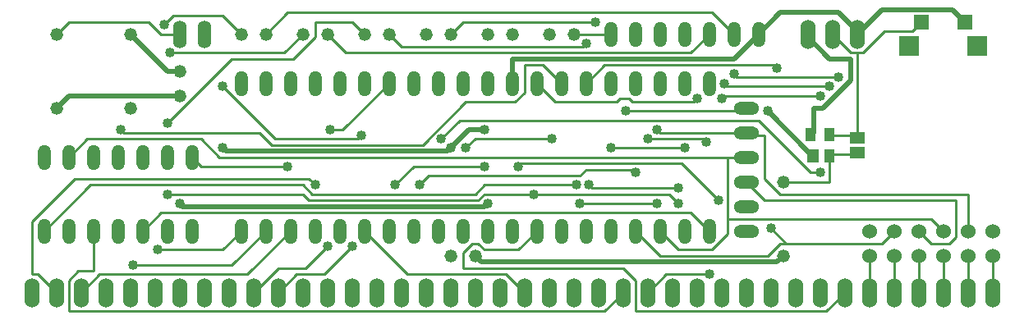
<source format=gbr>
G04 #@! TF.GenerationSoftware,KiCad,Pcbnew,5.1.2*
G04 #@! TF.CreationDate,2020-10-20T13:32:52+02:00*
G04 #@! TF.ProjectId,eaa651fdd346d6544176813de3c28a36,65616136-3531-4666-9464-333436643635,rev?*
G04 #@! TF.SameCoordinates,Original*
G04 #@! TF.FileFunction,Copper,L1,Top*
G04 #@! TF.FilePolarity,Positive*
%FSLAX46Y46*%
G04 Gerber Fmt 4.6, Leading zero omitted, Abs format (unit mm)*
G04 Created by KiCad (PCBNEW 5.1.2) date 2020-10-20 13:32:52*
%MOMM*%
%LPD*%
G04 APERTURE LIST*
%ADD10O,1.320800X2.641600*%
%ADD11C,1.524000*%
%ADD12O,1.524000X3.048000*%
%ADD13C,1.320800*%
%ADD14R,1.200000X1.440000*%
%ADD15R,1.000000X1.440000*%
%ADD16R,1.600200X1.168400*%
%ADD17R,2.095500X2.095500*%
%ADD18R,1.524000X1.524000*%
%ADD19O,2.641600X1.320800*%
%ADD20O,1.422400X2.844800*%
%ADD21C,1.016000*%
%ADD22C,0.254000*%
%ADD23C,0.508000*%
G04 APERTURE END LIST*
D10*
X120091100Y-97378600D03*
X122631100Y-97378600D03*
X125171100Y-97378600D03*
X127711100Y-97378600D03*
X130251100Y-97378600D03*
X132791100Y-97378600D03*
X135331100Y-97378600D03*
X137871100Y-97378600D03*
X140411100Y-97378600D03*
X142951100Y-97378600D03*
X145491100Y-97378600D03*
X148031100Y-97378600D03*
X150571100Y-97378600D03*
X153111100Y-97378600D03*
X155651100Y-97378600D03*
X158191100Y-97378600D03*
X160731100Y-97378600D03*
X163271100Y-97378600D03*
X165811100Y-97378600D03*
X168351100Y-97378600D03*
X168351100Y-112618600D03*
X165811100Y-112618600D03*
X163271100Y-112618600D03*
X160731100Y-112618600D03*
X158191100Y-112618600D03*
X155651100Y-112618600D03*
X153111100Y-112618600D03*
X150571100Y-112618600D03*
X148031100Y-112618600D03*
X145491100Y-112618600D03*
X142951100Y-112618600D03*
X140411100Y-112618600D03*
X130251100Y-112618600D03*
X132791100Y-112618600D03*
X127711100Y-112618600D03*
X125171100Y-112618600D03*
X137871100Y-112618600D03*
X135331100Y-112618600D03*
X122631100Y-112618600D03*
X120091100Y-112618600D03*
D11*
X197561100Y-112618600D03*
X195021100Y-112618600D03*
X192481100Y-112618600D03*
X189941100Y-112618600D03*
X187401100Y-112618600D03*
X184861100Y-112618600D03*
X197561100Y-115158600D03*
X195021100Y-115158600D03*
X192481100Y-115158600D03*
X189941100Y-115158600D03*
X187401100Y-115158600D03*
X184861100Y-115158600D03*
D12*
X149301100Y-118968600D03*
X151841100Y-118968600D03*
X154381100Y-118968600D03*
X156921100Y-118968600D03*
X159461100Y-118968600D03*
X162001100Y-118968600D03*
X164541100Y-118968600D03*
X167081100Y-118968600D03*
X169621100Y-118968600D03*
X172161100Y-118968600D03*
X174701100Y-118968600D03*
X177241100Y-118968600D03*
X179781100Y-118968600D03*
X182321100Y-118968600D03*
X184861100Y-118968600D03*
X187401100Y-118968600D03*
X189941100Y-118968600D03*
X192481100Y-118968600D03*
X195021100Y-118968600D03*
X197561100Y-118968600D03*
X103581100Y-118968600D03*
X98501100Y-118968600D03*
X101041100Y-118968600D03*
X106121100Y-118968600D03*
X108661100Y-118968600D03*
X111201100Y-118968600D03*
X113741100Y-118968600D03*
X116281100Y-118968600D03*
X118821100Y-118968600D03*
X121361100Y-118968600D03*
X123901100Y-118968600D03*
X126441100Y-118968600D03*
X128981100Y-118968600D03*
X131521100Y-118968600D03*
X134061100Y-118968600D03*
X136601100Y-118968600D03*
X139141100Y-118968600D03*
X141681100Y-118968600D03*
X144221100Y-118968600D03*
X146761100Y-118968600D03*
D13*
X175971100Y-107538600D03*
X175971100Y-115158600D03*
X101041100Y-99918600D03*
X101041100Y-92298600D03*
X108661100Y-92298600D03*
X108661100Y-99918600D03*
X141681100Y-115158600D03*
X144221100Y-115158600D03*
D14*
X179031100Y-104828600D03*
D15*
X180731100Y-104828600D03*
X180731100Y-102628600D03*
X178831100Y-102628600D03*
D16*
X183591100Y-104490600D03*
X183591100Y-102966600D03*
D17*
X188975900Y-93543200D03*
X195986300Y-93543200D03*
D18*
X190233200Y-91054000D03*
X194729000Y-91054000D03*
D12*
X183591100Y-92298600D03*
X181051100Y-92298600D03*
X178511100Y-92298600D03*
D19*
X172161100Y-99918600D03*
X172161100Y-102458600D03*
X172161100Y-104998600D03*
X172161100Y-107538600D03*
X172161100Y-110078600D03*
X172161100Y-112618600D03*
D20*
X116281100Y-92298600D03*
X113741100Y-92298600D03*
D13*
X113741100Y-96108600D03*
X113741100Y-98648600D03*
D10*
X99771100Y-104998600D03*
X102311100Y-104998600D03*
X104851100Y-104998600D03*
X107391100Y-104998600D03*
X109931100Y-104998600D03*
X112471100Y-104998600D03*
X109931100Y-112618600D03*
X112471100Y-112618600D03*
X107391100Y-112618600D03*
X104851100Y-112618600D03*
X115011100Y-104998600D03*
X115011100Y-112618600D03*
X102311100Y-112618600D03*
X99771100Y-112618600D03*
D13*
X122631100Y-92298600D03*
X120091100Y-92298600D03*
X128981100Y-92298600D03*
X126441100Y-92298600D03*
X135331100Y-92298600D03*
X132791100Y-92298600D03*
X141681100Y-92298600D03*
X139141100Y-92298600D03*
X148031100Y-92298600D03*
X145491100Y-92298600D03*
X154381100Y-92298600D03*
X151841100Y-92298600D03*
D10*
X158191100Y-92298600D03*
X160731100Y-92298600D03*
X163271100Y-92298600D03*
X165811100Y-92298600D03*
X168351100Y-92298600D03*
X170891100Y-92298600D03*
X173431100Y-92298600D03*
D21*
X107708600Y-102141100D03*
X175336100Y-95791100D03*
X118186100Y-97696100D03*
X132473600Y-102776100D03*
X159778600Y-100236100D03*
X112471100Y-108808600D03*
X150253600Y-108808600D03*
X165176100Y-109761100D03*
X168351100Y-117063600D03*
X168033600Y-103411100D03*
X162001100Y-103093600D03*
X154698600Y-107856100D03*
X165811100Y-104046100D03*
X158191100Y-104046100D03*
X167081100Y-98966100D03*
X169938600Y-97378600D03*
X180733600Y-97696100D03*
X174701100Y-112301100D03*
X162953600Y-102141100D03*
X170891100Y-96426100D03*
X181686100Y-96743600D03*
X155016100Y-109761100D03*
X162953600Y-109761100D03*
X155968600Y-107856100D03*
X165176100Y-108173600D03*
X148666100Y-105951100D03*
X169303600Y-109443600D03*
X138506100Y-107856100D03*
X160731100Y-106586100D03*
X135966100Y-107856100D03*
X145173600Y-105951100D03*
X140728600Y-103093600D03*
X179781100Y-106586100D03*
X143268600Y-104046100D03*
X152158600Y-103093600D03*
X169621100Y-98966100D03*
X179781100Y-98648600D03*
X127711100Y-107856100D03*
X108978600Y-116111100D03*
X111518600Y-114523600D03*
X128981100Y-114206100D03*
X131521100Y-114206100D03*
X129298600Y-102141100D03*
X174383600Y-100236100D03*
X141681100Y-104046100D03*
X145173600Y-102141100D03*
X118186100Y-104046100D03*
X113741100Y-109761100D03*
X145491100Y-109761100D03*
X112153600Y-91346100D03*
X112788600Y-94203600D03*
X112471100Y-101506100D03*
X124853600Y-105951100D03*
X155651100Y-93251100D03*
X156603600Y-91028600D03*
D22*
X108026100Y-102458600D02*
X107708600Y-102141100D01*
X121996100Y-102458600D02*
X108026100Y-102458600D01*
X123266100Y-103728600D02*
X121996100Y-102458600D01*
X138823600Y-103728600D02*
X123266100Y-103728600D01*
X143268600Y-99283600D02*
X138823600Y-103728600D01*
X148348600Y-99283600D02*
X143268600Y-99283600D01*
X149301100Y-98331100D02*
X148348600Y-99283600D01*
X149301100Y-95473600D02*
X149301100Y-98331100D01*
X151206100Y-95473600D02*
X149301100Y-95473600D01*
X153111100Y-97378600D02*
X151206100Y-95473600D01*
X183591100Y-104681100D02*
X180733600Y-104681100D01*
X180733600Y-104681100D02*
X180731100Y-104828600D01*
X183591100Y-104681100D02*
X183591100Y-104490600D01*
X180733600Y-107538600D02*
X180733600Y-104998600D01*
X175971100Y-107538600D02*
X180733600Y-107538600D01*
X180733600Y-104998600D02*
X180731100Y-104828600D01*
X175018600Y-95473600D02*
X175336100Y-95791100D01*
X157556100Y-95473600D02*
X175018600Y-95473600D01*
X155651100Y-97378600D02*
X157556100Y-95473600D01*
X137236100Y-117063600D02*
X132791100Y-112618600D01*
X147396100Y-117063600D02*
X137236100Y-117063600D01*
X149301100Y-118968600D02*
X147396100Y-117063600D01*
X123583600Y-103093600D02*
X118186100Y-97696100D01*
X132156100Y-103093600D02*
X123583600Y-103093600D01*
X132473600Y-102776100D02*
X132156100Y-103093600D01*
X171843600Y-100236100D02*
X172161100Y-99918600D01*
X159778600Y-100236100D02*
X171843600Y-100236100D01*
X126441100Y-108808600D02*
X112471100Y-108808600D01*
X127076100Y-109443600D02*
X126441100Y-108808600D01*
X144538600Y-109443600D02*
X127076100Y-109443600D01*
X145173600Y-108808600D02*
X144538600Y-109443600D01*
X150253600Y-108808600D02*
X145173600Y-108808600D01*
X164223600Y-108808600D02*
X165176100Y-109761100D01*
X150253600Y-108808600D02*
X164223600Y-108808600D01*
X111836100Y-110713600D02*
X109931100Y-112618600D01*
X166446100Y-110713600D02*
X111836100Y-110713600D01*
X168351100Y-112618600D02*
X166446100Y-110713600D01*
X163906100Y-117063600D02*
X162001100Y-118968600D01*
X168351100Y-117063600D02*
X163906100Y-117063600D01*
X104851100Y-116746100D02*
X104851100Y-112618600D01*
X103263600Y-116746100D02*
X104851100Y-116746100D01*
X102311100Y-117698600D02*
X103263600Y-116746100D01*
X102311100Y-120873600D02*
X102311100Y-117698600D01*
X157556100Y-120873600D02*
X102311100Y-120873600D01*
X159461100Y-118968600D02*
X157556100Y-120873600D01*
X167716100Y-103093600D02*
X168033600Y-103411100D01*
X162001100Y-103093600D02*
X167716100Y-103093600D01*
X104533600Y-107856100D02*
X99771100Y-112618600D01*
X126441100Y-107856100D02*
X104533600Y-107856100D01*
X127393600Y-108808600D02*
X126441100Y-107856100D01*
X144221100Y-108808600D02*
X127393600Y-108808600D01*
X145173600Y-107856100D02*
X144221100Y-108808600D01*
X154698600Y-107856100D02*
X145173600Y-107856100D01*
X158191100Y-104046100D02*
X165811100Y-104046100D01*
X152476100Y-99283600D02*
X150571100Y-97378600D01*
X158826100Y-99283600D02*
X152476100Y-99283600D01*
X159143600Y-98966100D02*
X158826100Y-99283600D01*
X160096100Y-98966100D02*
X159143600Y-98966100D01*
X160413600Y-99283600D02*
X160096100Y-98966100D01*
X166763600Y-99283600D02*
X160413600Y-99283600D01*
X167081100Y-98966100D02*
X166763600Y-99283600D01*
X170256100Y-97696100D02*
X169938600Y-97378600D01*
X180733600Y-97696100D02*
X170256100Y-97696100D01*
X165176100Y-114523600D02*
X163271100Y-112618600D01*
X168668600Y-114523600D02*
X165176100Y-114523600D01*
X170256100Y-112936100D02*
X168668600Y-114523600D01*
X170256100Y-104998600D02*
X170256100Y-111348600D01*
X170256100Y-111348600D02*
X170256100Y-112936100D01*
X172161100Y-104998600D02*
X170256100Y-104998600D01*
X104216100Y-103093600D02*
X102311100Y-104998600D01*
X115963600Y-103093600D02*
X104216100Y-103093600D01*
X117868600Y-104998600D02*
X115963600Y-103093600D01*
X170256100Y-104998600D02*
X117868600Y-104998600D01*
X191211100Y-111348600D02*
X192481100Y-112618600D01*
X170256100Y-111348600D02*
X191211100Y-111348600D01*
X191211100Y-113888600D02*
X189941100Y-112618600D01*
X193116100Y-113888600D02*
X191211100Y-113888600D01*
X193751100Y-113253600D02*
X193116100Y-113888600D01*
X193751100Y-109443600D02*
X193751100Y-113253600D01*
X174066100Y-109443600D02*
X193751100Y-109443600D01*
X172161100Y-107538600D02*
X174066100Y-109443600D01*
X163271100Y-115158600D02*
X160731100Y-112618600D01*
X174383600Y-115158600D02*
X163271100Y-115158600D01*
X175653600Y-113888600D02*
X174383600Y-115158600D01*
X186131100Y-113888600D02*
X176288600Y-113888600D01*
X176288600Y-113888600D02*
X175653600Y-113888600D01*
X187401100Y-112618600D02*
X186131100Y-113888600D01*
X176288600Y-113888600D02*
X174701100Y-112301100D01*
X163271100Y-102458600D02*
X162953600Y-102141100D01*
X172161100Y-102458600D02*
X163271100Y-102458600D01*
X195021100Y-108808600D02*
X195021100Y-112618600D01*
X175653600Y-108808600D02*
X195021100Y-108808600D01*
X174066100Y-107221100D02*
X175653600Y-108808600D01*
X174066100Y-102776100D02*
X174066100Y-107221100D01*
X172478600Y-102776100D02*
X174066100Y-102776100D01*
X172161100Y-102458600D02*
X172478600Y-102776100D01*
X171208600Y-96743600D02*
X170891100Y-96426100D01*
X181686100Y-96743600D02*
X171208600Y-96743600D01*
X162953600Y-109761100D02*
X155016100Y-109761100D01*
X156286100Y-108173600D02*
X155968600Y-107856100D01*
X165176100Y-108173600D02*
X156286100Y-108173600D01*
X148983600Y-105633600D02*
X148666100Y-105951100D01*
X165493600Y-105633600D02*
X148983600Y-105633600D01*
X169303600Y-109443600D02*
X165493600Y-105633600D01*
X139458600Y-106903600D02*
X138506100Y-107856100D01*
X155016100Y-106903600D02*
X139458600Y-106903600D01*
X155651100Y-106268600D02*
X155016100Y-106903600D01*
X160413600Y-106268600D02*
X155651100Y-106268600D01*
X160731100Y-106586100D02*
X160413600Y-106268600D01*
X137871100Y-105951100D02*
X135966100Y-107856100D01*
X145173600Y-105951100D02*
X137871100Y-105951100D01*
X142633600Y-101188600D02*
X140728600Y-103093600D01*
X173431100Y-101188600D02*
X142633600Y-101188600D01*
X178828600Y-106586100D02*
X173431100Y-101188600D01*
X179781100Y-106586100D02*
X178828600Y-106586100D01*
X144221100Y-103093600D02*
X143268600Y-104046100D01*
X152158600Y-103093600D02*
X144221100Y-103093600D01*
X169938600Y-98648600D02*
X169621100Y-98966100D01*
X179781100Y-98648600D02*
X169938600Y-98648600D01*
X148666100Y-114523600D02*
X150571100Y-112618600D01*
X145173600Y-114523600D02*
X148666100Y-114523600D01*
X144538600Y-113888600D02*
X145173600Y-114523600D01*
X143903600Y-113888600D02*
X144538600Y-113888600D01*
X142951100Y-114841100D02*
X143903600Y-113888600D01*
X142951100Y-116428600D02*
X142951100Y-114841100D01*
X159461100Y-116428600D02*
X142951100Y-116428600D01*
X160731100Y-117698600D02*
X159461100Y-116428600D01*
X160731100Y-120873600D02*
X160731100Y-117698600D01*
X180416100Y-120873600D02*
X160731100Y-120873600D01*
X182321100Y-118968600D02*
X180416100Y-120873600D01*
X127076100Y-107221100D02*
X127711100Y-107856100D01*
X102946100Y-107221100D02*
X127076100Y-107221100D01*
X98501100Y-111666100D02*
X102946100Y-107221100D01*
X98501100Y-117063600D02*
X98501100Y-111666100D01*
X99136100Y-117063600D02*
X98501100Y-117063600D01*
X101041100Y-118968600D02*
X99136100Y-117063600D01*
X120726100Y-117063600D02*
X125171100Y-112618600D01*
X105486100Y-117063600D02*
X120726100Y-117063600D01*
X103581100Y-118968600D02*
X105486100Y-117063600D01*
X119138600Y-116111100D02*
X122631100Y-112618600D01*
X108978600Y-116111100D02*
X119138600Y-116111100D01*
X118186100Y-114523600D02*
X120091100Y-112618600D01*
X111518600Y-114523600D02*
X118186100Y-114523600D01*
X126758600Y-116428600D02*
X128981100Y-114206100D01*
X123901100Y-116428600D02*
X126758600Y-116428600D01*
X121361100Y-118968600D02*
X123901100Y-116428600D01*
X128663600Y-117063600D02*
X131521100Y-114206100D01*
X125806100Y-117063600D02*
X128663600Y-117063600D01*
X123901100Y-118968600D02*
X125806100Y-117063600D01*
X130568600Y-102141100D02*
X135331100Y-97378600D01*
X129298600Y-102141100D02*
X130568600Y-102141100D01*
X184861100Y-115158600D02*
X184861100Y-118968600D01*
X187401100Y-115158600D02*
X187401100Y-118968600D01*
X189941100Y-115158600D02*
X189941100Y-118968600D01*
X192481100Y-115158600D02*
X192481100Y-118968600D01*
X195021100Y-115158600D02*
X195021100Y-118968600D01*
X197561100Y-115158600D02*
X197561100Y-118968600D01*
D23*
X112471100Y-96108600D02*
X108661100Y-92298600D01*
X113741100Y-96108600D02*
X112471100Y-96108600D01*
X186131100Y-89758600D02*
X183591100Y-92298600D01*
X193433600Y-89758600D02*
X186131100Y-89758600D01*
X194729000Y-91054000D02*
X193433600Y-89758600D01*
X174383600Y-100236100D02*
X178828600Y-104681100D01*
X178828600Y-104681100D02*
X179031100Y-104828600D01*
X148031100Y-94838600D02*
X148031100Y-97378600D01*
X170891100Y-94838600D02*
X148031100Y-94838600D01*
X173431100Y-92298600D02*
X170891100Y-94838600D01*
X143586100Y-102141100D02*
X141681100Y-104046100D01*
X145173600Y-102141100D02*
X143586100Y-102141100D01*
X181686100Y-90076100D02*
X183591100Y-91981100D01*
X175653600Y-90076100D02*
X181686100Y-90076100D01*
X173431100Y-92298600D02*
X175653600Y-90076100D01*
X183591100Y-91981100D02*
X183591100Y-92298600D01*
X118503600Y-104363600D02*
X118186100Y-104046100D01*
X141363600Y-104363600D02*
X118503600Y-104363600D01*
X141681100Y-104046100D02*
X141363600Y-104363600D01*
X102311100Y-98648600D02*
X113741100Y-98648600D01*
X101041100Y-99918600D02*
X102311100Y-98648600D01*
X179146100Y-99918600D02*
X179146100Y-102458600D01*
X180098600Y-99918600D02*
X179146100Y-99918600D01*
X182956100Y-97061100D02*
X180098600Y-99918600D01*
X182956100Y-94838600D02*
X182956100Y-97061100D01*
X180733600Y-94838600D02*
X182956100Y-94838600D01*
X178511100Y-92616100D02*
X180733600Y-94838600D01*
X178511100Y-92298600D02*
X178511100Y-92616100D01*
X179146100Y-102458600D02*
X178831100Y-102628600D01*
X144856100Y-115793600D02*
X144221100Y-115158600D01*
X175336100Y-115793600D02*
X144856100Y-115793600D01*
X175971100Y-115158600D02*
X175336100Y-115793600D01*
X114058600Y-110078600D02*
X113741100Y-109761100D01*
X145173600Y-110078600D02*
X114058600Y-110078600D01*
X145491100Y-109761100D02*
X145173600Y-110078600D01*
D22*
X183591100Y-102776100D02*
X180733600Y-102776100D01*
X180733600Y-102776100D02*
X180731100Y-102628600D01*
X183591100Y-94203600D02*
X183591100Y-102776100D01*
X182956100Y-94203600D02*
X183591100Y-94203600D01*
X181051100Y-92298600D02*
X182956100Y-94203600D01*
X183591100Y-102776100D02*
X183591100Y-102966600D01*
X189306100Y-91981100D02*
X190233200Y-91054000D01*
X186448600Y-91981100D02*
X189306100Y-91981100D01*
X184226100Y-94203600D02*
X186448600Y-91981100D01*
X183591100Y-94203600D02*
X184226100Y-94203600D01*
X102311100Y-91028600D02*
X101041100Y-92298600D01*
X110566100Y-91028600D02*
X102311100Y-91028600D01*
X111836100Y-92298600D02*
X110566100Y-91028600D01*
X113741100Y-92298600D02*
X111836100Y-92298600D01*
X113106100Y-90393600D02*
X112153600Y-91346100D01*
X118186100Y-90393600D02*
X113106100Y-90393600D01*
X120091100Y-92298600D02*
X118186100Y-90393600D01*
X124536100Y-94203600D02*
X112788600Y-94203600D01*
X126441100Y-92298600D02*
X124536100Y-94203600D01*
X119138600Y-94838600D02*
X112471100Y-101506100D01*
X125488600Y-94838600D02*
X119138600Y-94838600D01*
X127711100Y-92616100D02*
X125488600Y-94838600D01*
X127711100Y-91028600D02*
X127711100Y-92616100D01*
X131521100Y-91028600D02*
X127711100Y-91028600D01*
X132791100Y-92298600D02*
X131521100Y-91028600D01*
X115963600Y-105951100D02*
X115011100Y-104998600D01*
X124853600Y-105951100D02*
X115963600Y-105951100D01*
X124853600Y-90076100D02*
X122631100Y-92298600D01*
X168668600Y-90076100D02*
X124853600Y-90076100D01*
X170891100Y-92298600D02*
X168668600Y-90076100D01*
X130886100Y-94203600D02*
X128981100Y-92298600D01*
X166446100Y-94203600D02*
X130886100Y-94203600D01*
X168351100Y-92298600D02*
X166446100Y-94203600D01*
X136601100Y-93568600D02*
X135331100Y-92298600D01*
X155333600Y-93568600D02*
X136601100Y-93568600D01*
X155651100Y-93251100D02*
X155333600Y-93568600D01*
X142951100Y-91028600D02*
X141681100Y-92298600D01*
X156603600Y-91028600D02*
X142951100Y-91028600D01*
X158191100Y-92298600D02*
X154381100Y-92298600D01*
M02*

</source>
